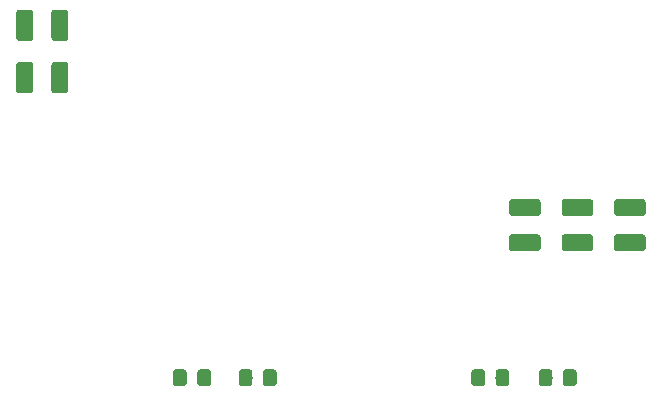
<source format=gtp>
G04 #@! TF.GenerationSoftware,KiCad,Pcbnew,5.0.2+dfsg1-1*
G04 #@! TF.CreationDate,2021-08-07T23:33:46+09:00*
G04 #@! TF.ProjectId,juice-plus,6a756963-652d-4706-9c75-732e6b696361,rev?*
G04 #@! TF.SameCoordinates,Original*
G04 #@! TF.FileFunction,Paste,Top*
G04 #@! TF.FilePolarity,Positive*
%FSLAX46Y46*%
G04 Gerber Fmt 4.6, Leading zero omitted, Abs format (unit mm)*
G04 Created by KiCad (PCBNEW 5.0.2+dfsg1-1) date Sat 07 Aug 2021 11:33:46 PM JST*
%MOMM*%
%LPD*%
G01*
G04 APERTURE LIST*
%ADD10C,0.100000*%
%ADD11C,1.150000*%
%ADD12C,1.425000*%
G04 APERTURE END LIST*
D10*
G04 #@! TO.C,D1*
G36*
X71614505Y-150431204D02*
X71638773Y-150434804D01*
X71662572Y-150440765D01*
X71685671Y-150449030D01*
X71707850Y-150459520D01*
X71728893Y-150472132D01*
X71748599Y-150486747D01*
X71766777Y-150503223D01*
X71783253Y-150521401D01*
X71797868Y-150541107D01*
X71810480Y-150562150D01*
X71820970Y-150584329D01*
X71829235Y-150607428D01*
X71835196Y-150631227D01*
X71838796Y-150655495D01*
X71840000Y-150679999D01*
X71840000Y-151580001D01*
X71838796Y-151604505D01*
X71835196Y-151628773D01*
X71829235Y-151652572D01*
X71820970Y-151675671D01*
X71810480Y-151697850D01*
X71797868Y-151718893D01*
X71783253Y-151738599D01*
X71766777Y-151756777D01*
X71748599Y-151773253D01*
X71728893Y-151787868D01*
X71707850Y-151800480D01*
X71685671Y-151810970D01*
X71662572Y-151819235D01*
X71638773Y-151825196D01*
X71614505Y-151828796D01*
X71590001Y-151830000D01*
X70939999Y-151830000D01*
X70915495Y-151828796D01*
X70891227Y-151825196D01*
X70867428Y-151819235D01*
X70844329Y-151810970D01*
X70822150Y-151800480D01*
X70801107Y-151787868D01*
X70781401Y-151773253D01*
X70763223Y-151756777D01*
X70746747Y-151738599D01*
X70732132Y-151718893D01*
X70719520Y-151697850D01*
X70709030Y-151675671D01*
X70700765Y-151652572D01*
X70694804Y-151628773D01*
X70691204Y-151604505D01*
X70690000Y-151580001D01*
X70690000Y-150679999D01*
X70691204Y-150655495D01*
X70694804Y-150631227D01*
X70700765Y-150607428D01*
X70709030Y-150584329D01*
X70719520Y-150562150D01*
X70732132Y-150541107D01*
X70746747Y-150521401D01*
X70763223Y-150503223D01*
X70781401Y-150486747D01*
X70801107Y-150472132D01*
X70822150Y-150459520D01*
X70844329Y-150449030D01*
X70867428Y-150440765D01*
X70891227Y-150434804D01*
X70915495Y-150431204D01*
X70939999Y-150430000D01*
X71590001Y-150430000D01*
X71614505Y-150431204D01*
X71614505Y-150431204D01*
G37*
D11*
X71265000Y-151130000D03*
D10*
G36*
X69564505Y-150431204D02*
X69588773Y-150434804D01*
X69612572Y-150440765D01*
X69635671Y-150449030D01*
X69657850Y-150459520D01*
X69678893Y-150472132D01*
X69698599Y-150486747D01*
X69716777Y-150503223D01*
X69733253Y-150521401D01*
X69747868Y-150541107D01*
X69760480Y-150562150D01*
X69770970Y-150584329D01*
X69779235Y-150607428D01*
X69785196Y-150631227D01*
X69788796Y-150655495D01*
X69790000Y-150679999D01*
X69790000Y-151580001D01*
X69788796Y-151604505D01*
X69785196Y-151628773D01*
X69779235Y-151652572D01*
X69770970Y-151675671D01*
X69760480Y-151697850D01*
X69747868Y-151718893D01*
X69733253Y-151738599D01*
X69716777Y-151756777D01*
X69698599Y-151773253D01*
X69678893Y-151787868D01*
X69657850Y-151800480D01*
X69635671Y-151810970D01*
X69612572Y-151819235D01*
X69588773Y-151825196D01*
X69564505Y-151828796D01*
X69540001Y-151830000D01*
X68889999Y-151830000D01*
X68865495Y-151828796D01*
X68841227Y-151825196D01*
X68817428Y-151819235D01*
X68794329Y-151810970D01*
X68772150Y-151800480D01*
X68751107Y-151787868D01*
X68731401Y-151773253D01*
X68713223Y-151756777D01*
X68696747Y-151738599D01*
X68682132Y-151718893D01*
X68669520Y-151697850D01*
X68659030Y-151675671D01*
X68650765Y-151652572D01*
X68644804Y-151628773D01*
X68641204Y-151604505D01*
X68640000Y-151580001D01*
X68640000Y-150679999D01*
X68641204Y-150655495D01*
X68644804Y-150631227D01*
X68650765Y-150607428D01*
X68659030Y-150584329D01*
X68669520Y-150562150D01*
X68682132Y-150541107D01*
X68696747Y-150521401D01*
X68713223Y-150503223D01*
X68731401Y-150486747D01*
X68751107Y-150472132D01*
X68772150Y-150459520D01*
X68794329Y-150449030D01*
X68817428Y-150440765D01*
X68841227Y-150434804D01*
X68865495Y-150431204D01*
X68889999Y-150430000D01*
X69540001Y-150430000D01*
X69564505Y-150431204D01*
X69564505Y-150431204D01*
G37*
D11*
X69215000Y-151130000D03*
G04 #@! TD*
D10*
G04 #@! TO.C,D2*
G36*
X102584505Y-150431204D02*
X102608773Y-150434804D01*
X102632572Y-150440765D01*
X102655671Y-150449030D01*
X102677850Y-150459520D01*
X102698893Y-150472132D01*
X102718599Y-150486747D01*
X102736777Y-150503223D01*
X102753253Y-150521401D01*
X102767868Y-150541107D01*
X102780480Y-150562150D01*
X102790970Y-150584329D01*
X102799235Y-150607428D01*
X102805196Y-150631227D01*
X102808796Y-150655495D01*
X102810000Y-150679999D01*
X102810000Y-151580001D01*
X102808796Y-151604505D01*
X102805196Y-151628773D01*
X102799235Y-151652572D01*
X102790970Y-151675671D01*
X102780480Y-151697850D01*
X102767868Y-151718893D01*
X102753253Y-151738599D01*
X102736777Y-151756777D01*
X102718599Y-151773253D01*
X102698893Y-151787868D01*
X102677850Y-151800480D01*
X102655671Y-151810970D01*
X102632572Y-151819235D01*
X102608773Y-151825196D01*
X102584505Y-151828796D01*
X102560001Y-151830000D01*
X101909999Y-151830000D01*
X101885495Y-151828796D01*
X101861227Y-151825196D01*
X101837428Y-151819235D01*
X101814329Y-151810970D01*
X101792150Y-151800480D01*
X101771107Y-151787868D01*
X101751401Y-151773253D01*
X101733223Y-151756777D01*
X101716747Y-151738599D01*
X101702132Y-151718893D01*
X101689520Y-151697850D01*
X101679030Y-151675671D01*
X101670765Y-151652572D01*
X101664804Y-151628773D01*
X101661204Y-151604505D01*
X101660000Y-151580001D01*
X101660000Y-150679999D01*
X101661204Y-150655495D01*
X101664804Y-150631227D01*
X101670765Y-150607428D01*
X101679030Y-150584329D01*
X101689520Y-150562150D01*
X101702132Y-150541107D01*
X101716747Y-150521401D01*
X101733223Y-150503223D01*
X101751401Y-150486747D01*
X101771107Y-150472132D01*
X101792150Y-150459520D01*
X101814329Y-150449030D01*
X101837428Y-150440765D01*
X101861227Y-150434804D01*
X101885495Y-150431204D01*
X101909999Y-150430000D01*
X102560001Y-150430000D01*
X102584505Y-150431204D01*
X102584505Y-150431204D01*
G37*
D11*
X102235000Y-151130000D03*
D10*
G36*
X100534505Y-150431204D02*
X100558773Y-150434804D01*
X100582572Y-150440765D01*
X100605671Y-150449030D01*
X100627850Y-150459520D01*
X100648893Y-150472132D01*
X100668599Y-150486747D01*
X100686777Y-150503223D01*
X100703253Y-150521401D01*
X100717868Y-150541107D01*
X100730480Y-150562150D01*
X100740970Y-150584329D01*
X100749235Y-150607428D01*
X100755196Y-150631227D01*
X100758796Y-150655495D01*
X100760000Y-150679999D01*
X100760000Y-151580001D01*
X100758796Y-151604505D01*
X100755196Y-151628773D01*
X100749235Y-151652572D01*
X100740970Y-151675671D01*
X100730480Y-151697850D01*
X100717868Y-151718893D01*
X100703253Y-151738599D01*
X100686777Y-151756777D01*
X100668599Y-151773253D01*
X100648893Y-151787868D01*
X100627850Y-151800480D01*
X100605671Y-151810970D01*
X100582572Y-151819235D01*
X100558773Y-151825196D01*
X100534505Y-151828796D01*
X100510001Y-151830000D01*
X99859999Y-151830000D01*
X99835495Y-151828796D01*
X99811227Y-151825196D01*
X99787428Y-151819235D01*
X99764329Y-151810970D01*
X99742150Y-151800480D01*
X99721107Y-151787868D01*
X99701401Y-151773253D01*
X99683223Y-151756777D01*
X99666747Y-151738599D01*
X99652132Y-151718893D01*
X99639520Y-151697850D01*
X99629030Y-151675671D01*
X99620765Y-151652572D01*
X99614804Y-151628773D01*
X99611204Y-151604505D01*
X99610000Y-151580001D01*
X99610000Y-150679999D01*
X99611204Y-150655495D01*
X99614804Y-150631227D01*
X99620765Y-150607428D01*
X99629030Y-150584329D01*
X99639520Y-150562150D01*
X99652132Y-150541107D01*
X99666747Y-150521401D01*
X99683223Y-150503223D01*
X99701401Y-150486747D01*
X99721107Y-150472132D01*
X99742150Y-150459520D01*
X99764329Y-150449030D01*
X99787428Y-150440765D01*
X99811227Y-150434804D01*
X99835495Y-150431204D01*
X99859999Y-150430000D01*
X100510001Y-150430000D01*
X100534505Y-150431204D01*
X100534505Y-150431204D01*
G37*
D11*
X100185000Y-151130000D03*
G04 #@! TD*
D10*
G04 #@! TO.C,R1*
G36*
X75134505Y-150431204D02*
X75158773Y-150434804D01*
X75182572Y-150440765D01*
X75205671Y-150449030D01*
X75227850Y-150459520D01*
X75248893Y-150472132D01*
X75268599Y-150486747D01*
X75286777Y-150503223D01*
X75303253Y-150521401D01*
X75317868Y-150541107D01*
X75330480Y-150562150D01*
X75340970Y-150584329D01*
X75349235Y-150607428D01*
X75355196Y-150631227D01*
X75358796Y-150655495D01*
X75360000Y-150679999D01*
X75360000Y-151580001D01*
X75358796Y-151604505D01*
X75355196Y-151628773D01*
X75349235Y-151652572D01*
X75340970Y-151675671D01*
X75330480Y-151697850D01*
X75317868Y-151718893D01*
X75303253Y-151738599D01*
X75286777Y-151756777D01*
X75268599Y-151773253D01*
X75248893Y-151787868D01*
X75227850Y-151800480D01*
X75205671Y-151810970D01*
X75182572Y-151819235D01*
X75158773Y-151825196D01*
X75134505Y-151828796D01*
X75110001Y-151830000D01*
X74459999Y-151830000D01*
X74435495Y-151828796D01*
X74411227Y-151825196D01*
X74387428Y-151819235D01*
X74364329Y-151810970D01*
X74342150Y-151800480D01*
X74321107Y-151787868D01*
X74301401Y-151773253D01*
X74283223Y-151756777D01*
X74266747Y-151738599D01*
X74252132Y-151718893D01*
X74239520Y-151697850D01*
X74229030Y-151675671D01*
X74220765Y-151652572D01*
X74214804Y-151628773D01*
X74211204Y-151604505D01*
X74210000Y-151580001D01*
X74210000Y-150679999D01*
X74211204Y-150655495D01*
X74214804Y-150631227D01*
X74220765Y-150607428D01*
X74229030Y-150584329D01*
X74239520Y-150562150D01*
X74252132Y-150541107D01*
X74266747Y-150521401D01*
X74283223Y-150503223D01*
X74301401Y-150486747D01*
X74321107Y-150472132D01*
X74342150Y-150459520D01*
X74364329Y-150449030D01*
X74387428Y-150440765D01*
X74411227Y-150434804D01*
X74435495Y-150431204D01*
X74459999Y-150430000D01*
X75110001Y-150430000D01*
X75134505Y-150431204D01*
X75134505Y-150431204D01*
G37*
D11*
X74785000Y-151130000D03*
D10*
G36*
X77184505Y-150431204D02*
X77208773Y-150434804D01*
X77232572Y-150440765D01*
X77255671Y-150449030D01*
X77277850Y-150459520D01*
X77298893Y-150472132D01*
X77318599Y-150486747D01*
X77336777Y-150503223D01*
X77353253Y-150521401D01*
X77367868Y-150541107D01*
X77380480Y-150562150D01*
X77390970Y-150584329D01*
X77399235Y-150607428D01*
X77405196Y-150631227D01*
X77408796Y-150655495D01*
X77410000Y-150679999D01*
X77410000Y-151580001D01*
X77408796Y-151604505D01*
X77405196Y-151628773D01*
X77399235Y-151652572D01*
X77390970Y-151675671D01*
X77380480Y-151697850D01*
X77367868Y-151718893D01*
X77353253Y-151738599D01*
X77336777Y-151756777D01*
X77318599Y-151773253D01*
X77298893Y-151787868D01*
X77277850Y-151800480D01*
X77255671Y-151810970D01*
X77232572Y-151819235D01*
X77208773Y-151825196D01*
X77184505Y-151828796D01*
X77160001Y-151830000D01*
X76509999Y-151830000D01*
X76485495Y-151828796D01*
X76461227Y-151825196D01*
X76437428Y-151819235D01*
X76414329Y-151810970D01*
X76392150Y-151800480D01*
X76371107Y-151787868D01*
X76351401Y-151773253D01*
X76333223Y-151756777D01*
X76316747Y-151738599D01*
X76302132Y-151718893D01*
X76289520Y-151697850D01*
X76279030Y-151675671D01*
X76270765Y-151652572D01*
X76264804Y-151628773D01*
X76261204Y-151604505D01*
X76260000Y-151580001D01*
X76260000Y-150679999D01*
X76261204Y-150655495D01*
X76264804Y-150631227D01*
X76270765Y-150607428D01*
X76279030Y-150584329D01*
X76289520Y-150562150D01*
X76302132Y-150541107D01*
X76316747Y-150521401D01*
X76333223Y-150503223D01*
X76351401Y-150486747D01*
X76371107Y-150472132D01*
X76392150Y-150459520D01*
X76414329Y-150449030D01*
X76437428Y-150440765D01*
X76461227Y-150434804D01*
X76485495Y-150431204D01*
X76509999Y-150430000D01*
X77160001Y-150430000D01*
X77184505Y-150431204D01*
X77184505Y-150431204D01*
G37*
D11*
X76835000Y-151130000D03*
G04 #@! TD*
D10*
G04 #@! TO.C,R2*
G36*
X96869505Y-150431204D02*
X96893773Y-150434804D01*
X96917572Y-150440765D01*
X96940671Y-150449030D01*
X96962850Y-150459520D01*
X96983893Y-150472132D01*
X97003599Y-150486747D01*
X97021777Y-150503223D01*
X97038253Y-150521401D01*
X97052868Y-150541107D01*
X97065480Y-150562150D01*
X97075970Y-150584329D01*
X97084235Y-150607428D01*
X97090196Y-150631227D01*
X97093796Y-150655495D01*
X97095000Y-150679999D01*
X97095000Y-151580001D01*
X97093796Y-151604505D01*
X97090196Y-151628773D01*
X97084235Y-151652572D01*
X97075970Y-151675671D01*
X97065480Y-151697850D01*
X97052868Y-151718893D01*
X97038253Y-151738599D01*
X97021777Y-151756777D01*
X97003599Y-151773253D01*
X96983893Y-151787868D01*
X96962850Y-151800480D01*
X96940671Y-151810970D01*
X96917572Y-151819235D01*
X96893773Y-151825196D01*
X96869505Y-151828796D01*
X96845001Y-151830000D01*
X96194999Y-151830000D01*
X96170495Y-151828796D01*
X96146227Y-151825196D01*
X96122428Y-151819235D01*
X96099329Y-151810970D01*
X96077150Y-151800480D01*
X96056107Y-151787868D01*
X96036401Y-151773253D01*
X96018223Y-151756777D01*
X96001747Y-151738599D01*
X95987132Y-151718893D01*
X95974520Y-151697850D01*
X95964030Y-151675671D01*
X95955765Y-151652572D01*
X95949804Y-151628773D01*
X95946204Y-151604505D01*
X95945000Y-151580001D01*
X95945000Y-150679999D01*
X95946204Y-150655495D01*
X95949804Y-150631227D01*
X95955765Y-150607428D01*
X95964030Y-150584329D01*
X95974520Y-150562150D01*
X95987132Y-150541107D01*
X96001747Y-150521401D01*
X96018223Y-150503223D01*
X96036401Y-150486747D01*
X96056107Y-150472132D01*
X96077150Y-150459520D01*
X96099329Y-150449030D01*
X96122428Y-150440765D01*
X96146227Y-150434804D01*
X96170495Y-150431204D01*
X96194999Y-150430000D01*
X96845001Y-150430000D01*
X96869505Y-150431204D01*
X96869505Y-150431204D01*
G37*
D11*
X96520000Y-151130000D03*
D10*
G36*
X94819505Y-150431204D02*
X94843773Y-150434804D01*
X94867572Y-150440765D01*
X94890671Y-150449030D01*
X94912850Y-150459520D01*
X94933893Y-150472132D01*
X94953599Y-150486747D01*
X94971777Y-150503223D01*
X94988253Y-150521401D01*
X95002868Y-150541107D01*
X95015480Y-150562150D01*
X95025970Y-150584329D01*
X95034235Y-150607428D01*
X95040196Y-150631227D01*
X95043796Y-150655495D01*
X95045000Y-150679999D01*
X95045000Y-151580001D01*
X95043796Y-151604505D01*
X95040196Y-151628773D01*
X95034235Y-151652572D01*
X95025970Y-151675671D01*
X95015480Y-151697850D01*
X95002868Y-151718893D01*
X94988253Y-151738599D01*
X94971777Y-151756777D01*
X94953599Y-151773253D01*
X94933893Y-151787868D01*
X94912850Y-151800480D01*
X94890671Y-151810970D01*
X94867572Y-151819235D01*
X94843773Y-151825196D01*
X94819505Y-151828796D01*
X94795001Y-151830000D01*
X94144999Y-151830000D01*
X94120495Y-151828796D01*
X94096227Y-151825196D01*
X94072428Y-151819235D01*
X94049329Y-151810970D01*
X94027150Y-151800480D01*
X94006107Y-151787868D01*
X93986401Y-151773253D01*
X93968223Y-151756777D01*
X93951747Y-151738599D01*
X93937132Y-151718893D01*
X93924520Y-151697850D01*
X93914030Y-151675671D01*
X93905765Y-151652572D01*
X93899804Y-151628773D01*
X93896204Y-151604505D01*
X93895000Y-151580001D01*
X93895000Y-150679999D01*
X93896204Y-150655495D01*
X93899804Y-150631227D01*
X93905765Y-150607428D01*
X93914030Y-150584329D01*
X93924520Y-150562150D01*
X93937132Y-150541107D01*
X93951747Y-150521401D01*
X93968223Y-150503223D01*
X93986401Y-150486747D01*
X94006107Y-150472132D01*
X94027150Y-150459520D01*
X94049329Y-150449030D01*
X94072428Y-150440765D01*
X94096227Y-150434804D01*
X94120495Y-150431204D01*
X94144999Y-150430000D01*
X94795001Y-150430000D01*
X94819505Y-150431204D01*
X94819505Y-150431204D01*
G37*
D11*
X94470000Y-151130000D03*
G04 #@! TD*
D10*
G04 #@! TO.C,C3*
G36*
X56567004Y-119961204D02*
X56591273Y-119964804D01*
X56615071Y-119970765D01*
X56638171Y-119979030D01*
X56660349Y-119989520D01*
X56681393Y-120002133D01*
X56701098Y-120016747D01*
X56719277Y-120033223D01*
X56735753Y-120051402D01*
X56750367Y-120071107D01*
X56762980Y-120092151D01*
X56773470Y-120114329D01*
X56781735Y-120137429D01*
X56787696Y-120161227D01*
X56791296Y-120185496D01*
X56792500Y-120210000D01*
X56792500Y-122360000D01*
X56791296Y-122384504D01*
X56787696Y-122408773D01*
X56781735Y-122432571D01*
X56773470Y-122455671D01*
X56762980Y-122477849D01*
X56750367Y-122498893D01*
X56735753Y-122518598D01*
X56719277Y-122536777D01*
X56701098Y-122553253D01*
X56681393Y-122567867D01*
X56660349Y-122580480D01*
X56638171Y-122590970D01*
X56615071Y-122599235D01*
X56591273Y-122605196D01*
X56567004Y-122608796D01*
X56542500Y-122610000D01*
X55617500Y-122610000D01*
X55592996Y-122608796D01*
X55568727Y-122605196D01*
X55544929Y-122599235D01*
X55521829Y-122590970D01*
X55499651Y-122580480D01*
X55478607Y-122567867D01*
X55458902Y-122553253D01*
X55440723Y-122536777D01*
X55424247Y-122518598D01*
X55409633Y-122498893D01*
X55397020Y-122477849D01*
X55386530Y-122455671D01*
X55378265Y-122432571D01*
X55372304Y-122408773D01*
X55368704Y-122384504D01*
X55367500Y-122360000D01*
X55367500Y-120210000D01*
X55368704Y-120185496D01*
X55372304Y-120161227D01*
X55378265Y-120137429D01*
X55386530Y-120114329D01*
X55397020Y-120092151D01*
X55409633Y-120071107D01*
X55424247Y-120051402D01*
X55440723Y-120033223D01*
X55458902Y-120016747D01*
X55478607Y-120002133D01*
X55499651Y-119989520D01*
X55521829Y-119979030D01*
X55544929Y-119970765D01*
X55568727Y-119964804D01*
X55592996Y-119961204D01*
X55617500Y-119960000D01*
X56542500Y-119960000D01*
X56567004Y-119961204D01*
X56567004Y-119961204D01*
G37*
D12*
X56080000Y-121285000D03*
D10*
G36*
X59542004Y-119961204D02*
X59566273Y-119964804D01*
X59590071Y-119970765D01*
X59613171Y-119979030D01*
X59635349Y-119989520D01*
X59656393Y-120002133D01*
X59676098Y-120016747D01*
X59694277Y-120033223D01*
X59710753Y-120051402D01*
X59725367Y-120071107D01*
X59737980Y-120092151D01*
X59748470Y-120114329D01*
X59756735Y-120137429D01*
X59762696Y-120161227D01*
X59766296Y-120185496D01*
X59767500Y-120210000D01*
X59767500Y-122360000D01*
X59766296Y-122384504D01*
X59762696Y-122408773D01*
X59756735Y-122432571D01*
X59748470Y-122455671D01*
X59737980Y-122477849D01*
X59725367Y-122498893D01*
X59710753Y-122518598D01*
X59694277Y-122536777D01*
X59676098Y-122553253D01*
X59656393Y-122567867D01*
X59635349Y-122580480D01*
X59613171Y-122590970D01*
X59590071Y-122599235D01*
X59566273Y-122605196D01*
X59542004Y-122608796D01*
X59517500Y-122610000D01*
X58592500Y-122610000D01*
X58567996Y-122608796D01*
X58543727Y-122605196D01*
X58519929Y-122599235D01*
X58496829Y-122590970D01*
X58474651Y-122580480D01*
X58453607Y-122567867D01*
X58433902Y-122553253D01*
X58415723Y-122536777D01*
X58399247Y-122518598D01*
X58384633Y-122498893D01*
X58372020Y-122477849D01*
X58361530Y-122455671D01*
X58353265Y-122432571D01*
X58347304Y-122408773D01*
X58343704Y-122384504D01*
X58342500Y-122360000D01*
X58342500Y-120210000D01*
X58343704Y-120185496D01*
X58347304Y-120161227D01*
X58353265Y-120137429D01*
X58361530Y-120114329D01*
X58372020Y-120092151D01*
X58384633Y-120071107D01*
X58399247Y-120051402D01*
X58415723Y-120033223D01*
X58433902Y-120016747D01*
X58453607Y-120002133D01*
X58474651Y-119989520D01*
X58496829Y-119979030D01*
X58519929Y-119970765D01*
X58543727Y-119964804D01*
X58567996Y-119961204D01*
X58592500Y-119960000D01*
X59517500Y-119960000D01*
X59542004Y-119961204D01*
X59542004Y-119961204D01*
G37*
D12*
X59055000Y-121285000D03*
G04 #@! TD*
D10*
G04 #@! TO.C,C8*
G36*
X99524504Y-138988704D02*
X99548773Y-138992304D01*
X99572571Y-138998265D01*
X99595671Y-139006530D01*
X99617849Y-139017020D01*
X99638893Y-139029633D01*
X99658598Y-139044247D01*
X99676777Y-139060723D01*
X99693253Y-139078902D01*
X99707867Y-139098607D01*
X99720480Y-139119651D01*
X99730970Y-139141829D01*
X99739235Y-139164929D01*
X99745196Y-139188727D01*
X99748796Y-139212996D01*
X99750000Y-139237500D01*
X99750000Y-140162500D01*
X99748796Y-140187004D01*
X99745196Y-140211273D01*
X99739235Y-140235071D01*
X99730970Y-140258171D01*
X99720480Y-140280349D01*
X99707867Y-140301393D01*
X99693253Y-140321098D01*
X99676777Y-140339277D01*
X99658598Y-140355753D01*
X99638893Y-140370367D01*
X99617849Y-140382980D01*
X99595671Y-140393470D01*
X99572571Y-140401735D01*
X99548773Y-140407696D01*
X99524504Y-140411296D01*
X99500000Y-140412500D01*
X97350000Y-140412500D01*
X97325496Y-140411296D01*
X97301227Y-140407696D01*
X97277429Y-140401735D01*
X97254329Y-140393470D01*
X97232151Y-140382980D01*
X97211107Y-140370367D01*
X97191402Y-140355753D01*
X97173223Y-140339277D01*
X97156747Y-140321098D01*
X97142133Y-140301393D01*
X97129520Y-140280349D01*
X97119030Y-140258171D01*
X97110765Y-140235071D01*
X97104804Y-140211273D01*
X97101204Y-140187004D01*
X97100000Y-140162500D01*
X97100000Y-139237500D01*
X97101204Y-139212996D01*
X97104804Y-139188727D01*
X97110765Y-139164929D01*
X97119030Y-139141829D01*
X97129520Y-139119651D01*
X97142133Y-139098607D01*
X97156747Y-139078902D01*
X97173223Y-139060723D01*
X97191402Y-139044247D01*
X97211107Y-139029633D01*
X97232151Y-139017020D01*
X97254329Y-139006530D01*
X97277429Y-138998265D01*
X97301227Y-138992304D01*
X97325496Y-138988704D01*
X97350000Y-138987500D01*
X99500000Y-138987500D01*
X99524504Y-138988704D01*
X99524504Y-138988704D01*
G37*
D12*
X98425000Y-139700000D03*
D10*
G36*
X99524504Y-136013704D02*
X99548773Y-136017304D01*
X99572571Y-136023265D01*
X99595671Y-136031530D01*
X99617849Y-136042020D01*
X99638893Y-136054633D01*
X99658598Y-136069247D01*
X99676777Y-136085723D01*
X99693253Y-136103902D01*
X99707867Y-136123607D01*
X99720480Y-136144651D01*
X99730970Y-136166829D01*
X99739235Y-136189929D01*
X99745196Y-136213727D01*
X99748796Y-136237996D01*
X99750000Y-136262500D01*
X99750000Y-137187500D01*
X99748796Y-137212004D01*
X99745196Y-137236273D01*
X99739235Y-137260071D01*
X99730970Y-137283171D01*
X99720480Y-137305349D01*
X99707867Y-137326393D01*
X99693253Y-137346098D01*
X99676777Y-137364277D01*
X99658598Y-137380753D01*
X99638893Y-137395367D01*
X99617849Y-137407980D01*
X99595671Y-137418470D01*
X99572571Y-137426735D01*
X99548773Y-137432696D01*
X99524504Y-137436296D01*
X99500000Y-137437500D01*
X97350000Y-137437500D01*
X97325496Y-137436296D01*
X97301227Y-137432696D01*
X97277429Y-137426735D01*
X97254329Y-137418470D01*
X97232151Y-137407980D01*
X97211107Y-137395367D01*
X97191402Y-137380753D01*
X97173223Y-137364277D01*
X97156747Y-137346098D01*
X97142133Y-137326393D01*
X97129520Y-137305349D01*
X97119030Y-137283171D01*
X97110765Y-137260071D01*
X97104804Y-137236273D01*
X97101204Y-137212004D01*
X97100000Y-137187500D01*
X97100000Y-136262500D01*
X97101204Y-136237996D01*
X97104804Y-136213727D01*
X97110765Y-136189929D01*
X97119030Y-136166829D01*
X97129520Y-136144651D01*
X97142133Y-136123607D01*
X97156747Y-136103902D01*
X97173223Y-136085723D01*
X97191402Y-136069247D01*
X97211107Y-136054633D01*
X97232151Y-136042020D01*
X97254329Y-136031530D01*
X97277429Y-136023265D01*
X97301227Y-136017304D01*
X97325496Y-136013704D01*
X97350000Y-136012500D01*
X99500000Y-136012500D01*
X99524504Y-136013704D01*
X99524504Y-136013704D01*
G37*
D12*
X98425000Y-136725000D03*
G04 #@! TD*
D10*
G04 #@! TO.C,C9*
G36*
X103969504Y-138988704D02*
X103993773Y-138992304D01*
X104017571Y-138998265D01*
X104040671Y-139006530D01*
X104062849Y-139017020D01*
X104083893Y-139029633D01*
X104103598Y-139044247D01*
X104121777Y-139060723D01*
X104138253Y-139078902D01*
X104152867Y-139098607D01*
X104165480Y-139119651D01*
X104175970Y-139141829D01*
X104184235Y-139164929D01*
X104190196Y-139188727D01*
X104193796Y-139212996D01*
X104195000Y-139237500D01*
X104195000Y-140162500D01*
X104193796Y-140187004D01*
X104190196Y-140211273D01*
X104184235Y-140235071D01*
X104175970Y-140258171D01*
X104165480Y-140280349D01*
X104152867Y-140301393D01*
X104138253Y-140321098D01*
X104121777Y-140339277D01*
X104103598Y-140355753D01*
X104083893Y-140370367D01*
X104062849Y-140382980D01*
X104040671Y-140393470D01*
X104017571Y-140401735D01*
X103993773Y-140407696D01*
X103969504Y-140411296D01*
X103945000Y-140412500D01*
X101795000Y-140412500D01*
X101770496Y-140411296D01*
X101746227Y-140407696D01*
X101722429Y-140401735D01*
X101699329Y-140393470D01*
X101677151Y-140382980D01*
X101656107Y-140370367D01*
X101636402Y-140355753D01*
X101618223Y-140339277D01*
X101601747Y-140321098D01*
X101587133Y-140301393D01*
X101574520Y-140280349D01*
X101564030Y-140258171D01*
X101555765Y-140235071D01*
X101549804Y-140211273D01*
X101546204Y-140187004D01*
X101545000Y-140162500D01*
X101545000Y-139237500D01*
X101546204Y-139212996D01*
X101549804Y-139188727D01*
X101555765Y-139164929D01*
X101564030Y-139141829D01*
X101574520Y-139119651D01*
X101587133Y-139098607D01*
X101601747Y-139078902D01*
X101618223Y-139060723D01*
X101636402Y-139044247D01*
X101656107Y-139029633D01*
X101677151Y-139017020D01*
X101699329Y-139006530D01*
X101722429Y-138998265D01*
X101746227Y-138992304D01*
X101770496Y-138988704D01*
X101795000Y-138987500D01*
X103945000Y-138987500D01*
X103969504Y-138988704D01*
X103969504Y-138988704D01*
G37*
D12*
X102870000Y-139700000D03*
D10*
G36*
X103969504Y-136013704D02*
X103993773Y-136017304D01*
X104017571Y-136023265D01*
X104040671Y-136031530D01*
X104062849Y-136042020D01*
X104083893Y-136054633D01*
X104103598Y-136069247D01*
X104121777Y-136085723D01*
X104138253Y-136103902D01*
X104152867Y-136123607D01*
X104165480Y-136144651D01*
X104175970Y-136166829D01*
X104184235Y-136189929D01*
X104190196Y-136213727D01*
X104193796Y-136237996D01*
X104195000Y-136262500D01*
X104195000Y-137187500D01*
X104193796Y-137212004D01*
X104190196Y-137236273D01*
X104184235Y-137260071D01*
X104175970Y-137283171D01*
X104165480Y-137305349D01*
X104152867Y-137326393D01*
X104138253Y-137346098D01*
X104121777Y-137364277D01*
X104103598Y-137380753D01*
X104083893Y-137395367D01*
X104062849Y-137407980D01*
X104040671Y-137418470D01*
X104017571Y-137426735D01*
X103993773Y-137432696D01*
X103969504Y-137436296D01*
X103945000Y-137437500D01*
X101795000Y-137437500D01*
X101770496Y-137436296D01*
X101746227Y-137432696D01*
X101722429Y-137426735D01*
X101699329Y-137418470D01*
X101677151Y-137407980D01*
X101656107Y-137395367D01*
X101636402Y-137380753D01*
X101618223Y-137364277D01*
X101601747Y-137346098D01*
X101587133Y-137326393D01*
X101574520Y-137305349D01*
X101564030Y-137283171D01*
X101555765Y-137260071D01*
X101549804Y-137236273D01*
X101546204Y-137212004D01*
X101545000Y-137187500D01*
X101545000Y-136262500D01*
X101546204Y-136237996D01*
X101549804Y-136213727D01*
X101555765Y-136189929D01*
X101564030Y-136166829D01*
X101574520Y-136144651D01*
X101587133Y-136123607D01*
X101601747Y-136103902D01*
X101618223Y-136085723D01*
X101636402Y-136069247D01*
X101656107Y-136054633D01*
X101677151Y-136042020D01*
X101699329Y-136031530D01*
X101722429Y-136023265D01*
X101746227Y-136017304D01*
X101770496Y-136013704D01*
X101795000Y-136012500D01*
X103945000Y-136012500D01*
X103969504Y-136013704D01*
X103969504Y-136013704D01*
G37*
D12*
X102870000Y-136725000D03*
G04 #@! TD*
D10*
G04 #@! TO.C,C4*
G36*
X59542004Y-124406204D02*
X59566273Y-124409804D01*
X59590071Y-124415765D01*
X59613171Y-124424030D01*
X59635349Y-124434520D01*
X59656393Y-124447133D01*
X59676098Y-124461747D01*
X59694277Y-124478223D01*
X59710753Y-124496402D01*
X59725367Y-124516107D01*
X59737980Y-124537151D01*
X59748470Y-124559329D01*
X59756735Y-124582429D01*
X59762696Y-124606227D01*
X59766296Y-124630496D01*
X59767500Y-124655000D01*
X59767500Y-126805000D01*
X59766296Y-126829504D01*
X59762696Y-126853773D01*
X59756735Y-126877571D01*
X59748470Y-126900671D01*
X59737980Y-126922849D01*
X59725367Y-126943893D01*
X59710753Y-126963598D01*
X59694277Y-126981777D01*
X59676098Y-126998253D01*
X59656393Y-127012867D01*
X59635349Y-127025480D01*
X59613171Y-127035970D01*
X59590071Y-127044235D01*
X59566273Y-127050196D01*
X59542004Y-127053796D01*
X59517500Y-127055000D01*
X58592500Y-127055000D01*
X58567996Y-127053796D01*
X58543727Y-127050196D01*
X58519929Y-127044235D01*
X58496829Y-127035970D01*
X58474651Y-127025480D01*
X58453607Y-127012867D01*
X58433902Y-126998253D01*
X58415723Y-126981777D01*
X58399247Y-126963598D01*
X58384633Y-126943893D01*
X58372020Y-126922849D01*
X58361530Y-126900671D01*
X58353265Y-126877571D01*
X58347304Y-126853773D01*
X58343704Y-126829504D01*
X58342500Y-126805000D01*
X58342500Y-124655000D01*
X58343704Y-124630496D01*
X58347304Y-124606227D01*
X58353265Y-124582429D01*
X58361530Y-124559329D01*
X58372020Y-124537151D01*
X58384633Y-124516107D01*
X58399247Y-124496402D01*
X58415723Y-124478223D01*
X58433902Y-124461747D01*
X58453607Y-124447133D01*
X58474651Y-124434520D01*
X58496829Y-124424030D01*
X58519929Y-124415765D01*
X58543727Y-124409804D01*
X58567996Y-124406204D01*
X58592500Y-124405000D01*
X59517500Y-124405000D01*
X59542004Y-124406204D01*
X59542004Y-124406204D01*
G37*
D12*
X59055000Y-125730000D03*
D10*
G36*
X56567004Y-124406204D02*
X56591273Y-124409804D01*
X56615071Y-124415765D01*
X56638171Y-124424030D01*
X56660349Y-124434520D01*
X56681393Y-124447133D01*
X56701098Y-124461747D01*
X56719277Y-124478223D01*
X56735753Y-124496402D01*
X56750367Y-124516107D01*
X56762980Y-124537151D01*
X56773470Y-124559329D01*
X56781735Y-124582429D01*
X56787696Y-124606227D01*
X56791296Y-124630496D01*
X56792500Y-124655000D01*
X56792500Y-126805000D01*
X56791296Y-126829504D01*
X56787696Y-126853773D01*
X56781735Y-126877571D01*
X56773470Y-126900671D01*
X56762980Y-126922849D01*
X56750367Y-126943893D01*
X56735753Y-126963598D01*
X56719277Y-126981777D01*
X56701098Y-126998253D01*
X56681393Y-127012867D01*
X56660349Y-127025480D01*
X56638171Y-127035970D01*
X56615071Y-127044235D01*
X56591273Y-127050196D01*
X56567004Y-127053796D01*
X56542500Y-127055000D01*
X55617500Y-127055000D01*
X55592996Y-127053796D01*
X55568727Y-127050196D01*
X55544929Y-127044235D01*
X55521829Y-127035970D01*
X55499651Y-127025480D01*
X55478607Y-127012867D01*
X55458902Y-126998253D01*
X55440723Y-126981777D01*
X55424247Y-126963598D01*
X55409633Y-126943893D01*
X55397020Y-126922849D01*
X55386530Y-126900671D01*
X55378265Y-126877571D01*
X55372304Y-126853773D01*
X55368704Y-126829504D01*
X55367500Y-126805000D01*
X55367500Y-124655000D01*
X55368704Y-124630496D01*
X55372304Y-124606227D01*
X55378265Y-124582429D01*
X55386530Y-124559329D01*
X55397020Y-124537151D01*
X55409633Y-124516107D01*
X55424247Y-124496402D01*
X55440723Y-124478223D01*
X55458902Y-124461747D01*
X55478607Y-124447133D01*
X55499651Y-124434520D01*
X55521829Y-124424030D01*
X55544929Y-124415765D01*
X55568727Y-124409804D01*
X55592996Y-124406204D01*
X55617500Y-124405000D01*
X56542500Y-124405000D01*
X56567004Y-124406204D01*
X56567004Y-124406204D01*
G37*
D12*
X56080000Y-125730000D03*
G04 #@! TD*
D10*
G04 #@! TO.C,C10*
G36*
X108414504Y-136013704D02*
X108438773Y-136017304D01*
X108462571Y-136023265D01*
X108485671Y-136031530D01*
X108507849Y-136042020D01*
X108528893Y-136054633D01*
X108548598Y-136069247D01*
X108566777Y-136085723D01*
X108583253Y-136103902D01*
X108597867Y-136123607D01*
X108610480Y-136144651D01*
X108620970Y-136166829D01*
X108629235Y-136189929D01*
X108635196Y-136213727D01*
X108638796Y-136237996D01*
X108640000Y-136262500D01*
X108640000Y-137187500D01*
X108638796Y-137212004D01*
X108635196Y-137236273D01*
X108629235Y-137260071D01*
X108620970Y-137283171D01*
X108610480Y-137305349D01*
X108597867Y-137326393D01*
X108583253Y-137346098D01*
X108566777Y-137364277D01*
X108548598Y-137380753D01*
X108528893Y-137395367D01*
X108507849Y-137407980D01*
X108485671Y-137418470D01*
X108462571Y-137426735D01*
X108438773Y-137432696D01*
X108414504Y-137436296D01*
X108390000Y-137437500D01*
X106240000Y-137437500D01*
X106215496Y-137436296D01*
X106191227Y-137432696D01*
X106167429Y-137426735D01*
X106144329Y-137418470D01*
X106122151Y-137407980D01*
X106101107Y-137395367D01*
X106081402Y-137380753D01*
X106063223Y-137364277D01*
X106046747Y-137346098D01*
X106032133Y-137326393D01*
X106019520Y-137305349D01*
X106009030Y-137283171D01*
X106000765Y-137260071D01*
X105994804Y-137236273D01*
X105991204Y-137212004D01*
X105990000Y-137187500D01*
X105990000Y-136262500D01*
X105991204Y-136237996D01*
X105994804Y-136213727D01*
X106000765Y-136189929D01*
X106009030Y-136166829D01*
X106019520Y-136144651D01*
X106032133Y-136123607D01*
X106046747Y-136103902D01*
X106063223Y-136085723D01*
X106081402Y-136069247D01*
X106101107Y-136054633D01*
X106122151Y-136042020D01*
X106144329Y-136031530D01*
X106167429Y-136023265D01*
X106191227Y-136017304D01*
X106215496Y-136013704D01*
X106240000Y-136012500D01*
X108390000Y-136012500D01*
X108414504Y-136013704D01*
X108414504Y-136013704D01*
G37*
D12*
X107315000Y-136725000D03*
D10*
G36*
X108414504Y-138988704D02*
X108438773Y-138992304D01*
X108462571Y-138998265D01*
X108485671Y-139006530D01*
X108507849Y-139017020D01*
X108528893Y-139029633D01*
X108548598Y-139044247D01*
X108566777Y-139060723D01*
X108583253Y-139078902D01*
X108597867Y-139098607D01*
X108610480Y-139119651D01*
X108620970Y-139141829D01*
X108629235Y-139164929D01*
X108635196Y-139188727D01*
X108638796Y-139212996D01*
X108640000Y-139237500D01*
X108640000Y-140162500D01*
X108638796Y-140187004D01*
X108635196Y-140211273D01*
X108629235Y-140235071D01*
X108620970Y-140258171D01*
X108610480Y-140280349D01*
X108597867Y-140301393D01*
X108583253Y-140321098D01*
X108566777Y-140339277D01*
X108548598Y-140355753D01*
X108528893Y-140370367D01*
X108507849Y-140382980D01*
X108485671Y-140393470D01*
X108462571Y-140401735D01*
X108438773Y-140407696D01*
X108414504Y-140411296D01*
X108390000Y-140412500D01*
X106240000Y-140412500D01*
X106215496Y-140411296D01*
X106191227Y-140407696D01*
X106167429Y-140401735D01*
X106144329Y-140393470D01*
X106122151Y-140382980D01*
X106101107Y-140370367D01*
X106081402Y-140355753D01*
X106063223Y-140339277D01*
X106046747Y-140321098D01*
X106032133Y-140301393D01*
X106019520Y-140280349D01*
X106009030Y-140258171D01*
X106000765Y-140235071D01*
X105994804Y-140211273D01*
X105991204Y-140187004D01*
X105990000Y-140162500D01*
X105990000Y-139237500D01*
X105991204Y-139212996D01*
X105994804Y-139188727D01*
X106000765Y-139164929D01*
X106009030Y-139141829D01*
X106019520Y-139119651D01*
X106032133Y-139098607D01*
X106046747Y-139078902D01*
X106063223Y-139060723D01*
X106081402Y-139044247D01*
X106101107Y-139029633D01*
X106122151Y-139017020D01*
X106144329Y-139006530D01*
X106167429Y-138998265D01*
X106191227Y-138992304D01*
X106215496Y-138988704D01*
X106240000Y-138987500D01*
X108390000Y-138987500D01*
X108414504Y-138988704D01*
X108414504Y-138988704D01*
G37*
D12*
X107315000Y-139700000D03*
G04 #@! TD*
M02*

</source>
